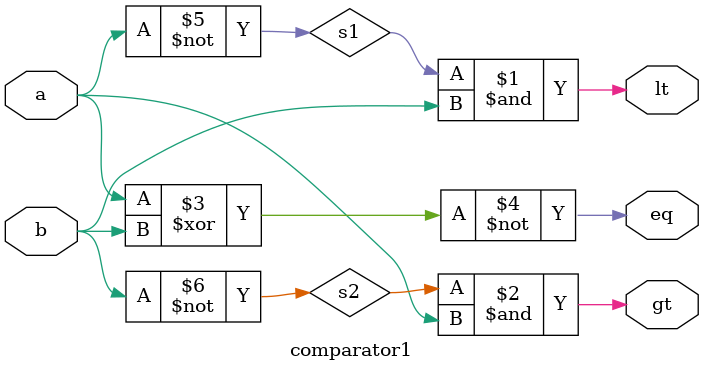
<source format=v>
module comparator1 (a,b,lt,eq,gt);
  
  input a,b;
  output lt,gt,eq;
  
  wire s1, s2;
  not X1(s1, a);
  not X2 (s2, b);
  and X3 (lt,s1, b);
  and X4 (gt,s2, a);
  xnor X5 (eq, a, b);
  
endmodule
</source>
